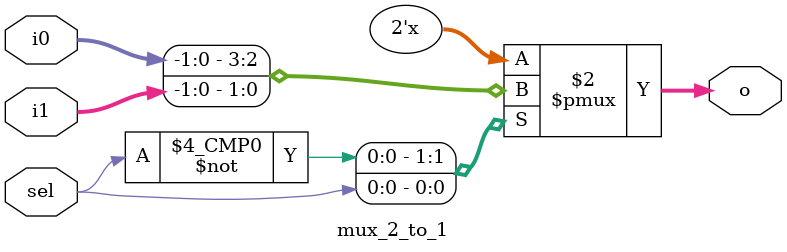
<source format=v>
module mux_2_to_1
#(
    parameter WIDTH = 0
)(
    input wire sel,
    input wire [WIDTH-1:0] i0,
    input wire [WIDTH-1:0] i1,
    output reg [WIDTH-1:0] o
);

    always @(*) case (sel)
        0: o = i0;
        1: o = i1;
        default: o = 0;
    endcase

endmodule

</source>
